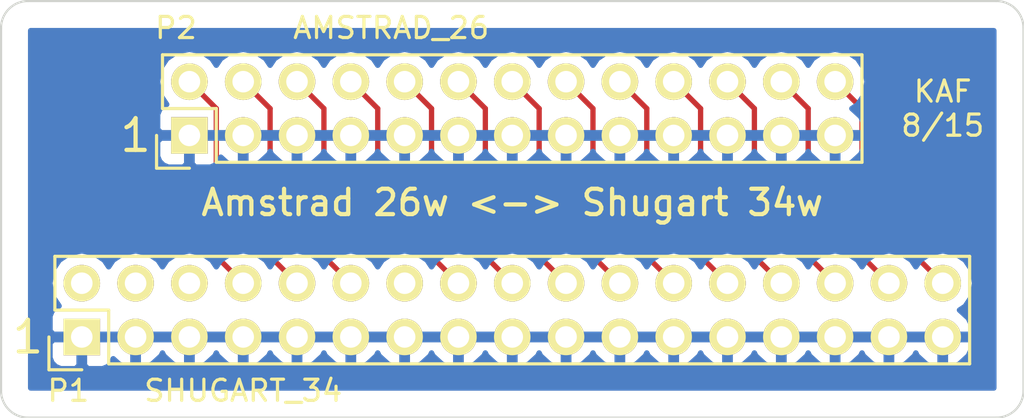
<source format=kicad_pcb>
(kicad_pcb (version 20171130) (host pcbnew 5.0.2-bee76a0~70~ubuntu18.04.1)

  (general
    (thickness 1.6)
    (drawings 12)
    (tracks 39)
    (zones 0)
    (modules 2)
    (nets 19)
  )

  (page A4)
  (layers
    (0 F.Cu signal)
    (31 B.Cu signal)
    (32 B.Adhes user)
    (33 F.Adhes user)
    (34 B.Paste user)
    (35 F.Paste user)
    (36 B.SilkS user)
    (37 F.SilkS user)
    (38 B.Mask user)
    (39 F.Mask user)
    (40 Dwgs.User user)
    (41 Cmts.User user)
    (42 Eco1.User user)
    (43 Eco2.User user)
    (44 Edge.Cuts user)
    (45 Margin user)
    (46 B.CrtYd user)
    (47 F.CrtYd user)
    (48 B.Fab user)
    (49 F.Fab user)
  )

  (setup
    (last_trace_width 0.25)
    (trace_clearance 0.2)
    (zone_clearance 0.508)
    (zone_45_only no)
    (trace_min 0.2)
    (segment_width 0.2)
    (edge_width 0.1)
    (via_size 0.6)
    (via_drill 0.4)
    (via_min_size 0.4)
    (via_min_drill 0.3)
    (uvia_size 0.3)
    (uvia_drill 0.1)
    (uvias_allowed no)
    (uvia_min_size 0.2)
    (uvia_min_drill 0.1)
    (pcb_text_width 0.3)
    (pcb_text_size 1.5 1.5)
    (mod_edge_width 0.15)
    (mod_text_size 1 1)
    (mod_text_width 0.15)
    (pad_size 1.5 1.5)
    (pad_drill 0.6)
    (pad_to_mask_clearance 0)
    (solder_mask_min_width 0.25)
    (aux_axis_origin 0 0)
    (visible_elements FFFFFF7F)
    (pcbplotparams
      (layerselection 0x00030_80000001)
      (usegerberextensions false)
      (usegerberattributes false)
      (usegerberadvancedattributes false)
      (creategerberjobfile false)
      (excludeedgelayer true)
      (linewidth 0.100000)
      (plotframeref false)
      (viasonmask false)
      (mode 1)
      (useauxorigin false)
      (hpglpennumber 1)
      (hpglpenspeed 20)
      (hpglpendiameter 15.000000)
      (psnegative false)
      (psa4output false)
      (plotreference true)
      (plotvalue true)
      (plotinvisibletext false)
      (padsonsilk false)
      (subtractmaskfromsilk false)
      (outputformat 1)
      (mirror false)
      (drillshape 1)
      (scaleselection 1)
      (outputdirectory ""))
  )

  (net 0 "")
  (net 1 /GND)
  (net 2 "Net-(P1-Pad2)")
  (net 3 "Net-(P1-Pad4)")
  (net 4 "Net-(P1-Pad6)")
  (net 5 /IDX)
  (net 6 /SEL0)
  (net 7 /SEL1)
  (net 8 "Net-(P1-Pad14)")
  (net 9 /MTR)
  (net 10 /DIR)
  (net 11 /STEP)
  (net 12 /WDATA)
  (net 13 /WGATE)
  (net 14 /TRK0)
  (net 15 /WRPROT)
  (net 16 /RDATA)
  (net 17 /SIDE)
  (net 18 /RDY)

  (net_class Default "This is the default net class."
    (clearance 0.2)
    (trace_width 0.25)
    (via_dia 0.6)
    (via_drill 0.4)
    (uvia_dia 0.3)
    (uvia_drill 0.1)
    (add_net /DIR)
    (add_net /GND)
    (add_net /IDX)
    (add_net /MTR)
    (add_net /RDATA)
    (add_net /RDY)
    (add_net /SEL0)
    (add_net /SEL1)
    (add_net /SIDE)
    (add_net /STEP)
    (add_net /TRK0)
    (add_net /WDATA)
    (add_net /WGATE)
    (add_net /WRPROT)
    (add_net "Net-(P1-Pad14)")
    (add_net "Net-(P1-Pad2)")
    (add_net "Net-(P1-Pad4)")
    (add_net "Net-(P1-Pad6)")
  )

  (module Pin_Headers:Pin_Header_Straight_2x17 (layer F.Cu) (tedit 5C74F2CE) (tstamp 55AF9A0B)
    (at 123.825 109.855 90)
    (descr "Through hole pin header")
    (tags "pin header")
    (path /55AF972A)
    (fp_text reference P1 (at -2.54 -0.635 180) (layer F.SilkS)
      (effects (font (size 1 1) (thickness 0.15)))
    )
    (fp_text value SHUGART_34 (at -2.54 7.62 180) (layer F.SilkS)
      (effects (font (size 1 1) (thickness 0.15)))
    )
    (fp_line (start -1.75 -1.75) (end -1.75 42.4) (layer F.CrtYd) (width 0.05))
    (fp_line (start 4.3 -1.75) (end 4.3 42.4) (layer F.CrtYd) (width 0.05))
    (fp_line (start -1.75 -1.75) (end 4.3 -1.75) (layer F.CrtYd) (width 0.05))
    (fp_line (start -1.75 42.4) (end 4.3 42.4) (layer F.CrtYd) (width 0.05))
    (fp_line (start 3.81 41.91) (end 3.81 -1.27) (layer F.SilkS) (width 0.15))
    (fp_line (start -1.27 1.27) (end -1.27 41.91) (layer F.SilkS) (width 0.15))
    (fp_line (start 3.81 41.91) (end -1.27 41.91) (layer F.SilkS) (width 0.15))
    (fp_line (start 3.81 -1.27) (end 1.27 -1.27) (layer F.SilkS) (width 0.15))
    (fp_line (start 0 -1.55) (end -1.55 -1.55) (layer F.SilkS) (width 0.15))
    (fp_line (start 1.27 -1.27) (end 1.27 1.27) (layer F.SilkS) (width 0.15))
    (fp_line (start 1.27 1.27) (end -1.27 1.27) (layer F.SilkS) (width 0.15))
    (fp_line (start -1.55 -1.55) (end -1.55 0) (layer F.SilkS) (width 0.15))
    (pad 1 thru_hole rect (at 0 0 90) (size 1.7272 1.7272) (drill 1.016) (layers *.Cu *.Mask F.SilkS)
      (net 1 /GND))
    (pad 2 thru_hole oval (at 2.54 0 90) (size 1.7272 1.7272) (drill 1.016) (layers *.Cu *.Mask F.SilkS)
      (net 2 "Net-(P1-Pad2)"))
    (pad 3 thru_hole oval (at 0 2.54 90) (size 1.7272 1.7272) (drill 1.016) (layers *.Cu *.Mask F.SilkS)
      (net 1 /GND))
    (pad 4 thru_hole oval (at 2.54 2.54 90) (size 1.7272 1.7272) (drill 1.016) (layers *.Cu *.Mask F.SilkS)
      (net 3 "Net-(P1-Pad4)"))
    (pad 5 thru_hole oval (at 0 5.08 90) (size 1.7272 1.7272) (drill 1.016) (layers *.Cu *.Mask F.SilkS)
      (net 1 /GND))
    (pad 6 thru_hole oval (at 2.54 5.08 90) (size 1.7272 1.7272) (drill 1.016) (layers *.Cu *.Mask F.SilkS)
      (net 4 "Net-(P1-Pad6)"))
    (pad 7 thru_hole oval (at 0 7.62 90) (size 1.7272 1.7272) (drill 1.016) (layers *.Cu *.Mask F.SilkS)
      (net 1 /GND))
    (pad 8 thru_hole oval (at 2.54 7.62 90) (size 1.7272 1.7272) (drill 1.016) (layers *.Cu *.Mask F.SilkS)
      (net 5 /IDX))
    (pad 9 thru_hole oval (at 0 10.16 90) (size 1.7272 1.7272) (drill 1.016) (layers *.Cu *.Mask F.SilkS)
      (net 1 /GND))
    (pad 10 thru_hole oval (at 2.54 10.16 90) (size 1.7272 1.7272) (drill 1.016) (layers *.Cu *.Mask F.SilkS)
      (net 6 /SEL0))
    (pad 11 thru_hole oval (at 0 12.7 90) (size 1.7272 1.7272) (drill 1.016) (layers *.Cu *.Mask F.SilkS)
      (net 1 /GND))
    (pad 12 thru_hole oval (at 2.54 12.7 90) (size 1.7272 1.7272) (drill 1.016) (layers *.Cu *.Mask F.SilkS)
      (net 7 /SEL1))
    (pad 13 thru_hole oval (at 0 15.24 90) (size 1.7272 1.7272) (drill 1.016) (layers *.Cu *.Mask F.SilkS)
      (net 1 /GND))
    (pad 14 thru_hole oval (at 2.54 15.24 90) (size 1.7272 1.7272) (drill 1.016) (layers *.Cu *.Mask F.SilkS)
      (net 8 "Net-(P1-Pad14)"))
    (pad 15 thru_hole oval (at 0 17.78 90) (size 1.7272 1.7272) (drill 1.016) (layers *.Cu *.Mask F.SilkS)
      (net 1 /GND))
    (pad 16 thru_hole oval (at 2.54 17.78 90) (size 1.7272 1.7272) (drill 1.016) (layers *.Cu *.Mask F.SilkS)
      (net 9 /MTR))
    (pad 17 thru_hole oval (at 0 20.32 90) (size 1.7272 1.7272) (drill 1.016) (layers *.Cu *.Mask F.SilkS)
      (net 1 /GND))
    (pad 18 thru_hole oval (at 2.54 20.32 90) (size 1.7272 1.7272) (drill 1.016) (layers *.Cu *.Mask F.SilkS)
      (net 10 /DIR))
    (pad 19 thru_hole oval (at 0 22.86 90) (size 1.7272 1.7272) (drill 1.016) (layers *.Cu *.Mask F.SilkS)
      (net 1 /GND))
    (pad 20 thru_hole oval (at 2.54 22.86 90) (size 1.7272 1.7272) (drill 1.016) (layers *.Cu *.Mask F.SilkS)
      (net 11 /STEP))
    (pad 21 thru_hole oval (at 0 25.4 90) (size 1.7272 1.7272) (drill 1.016) (layers *.Cu *.Mask F.SilkS)
      (net 1 /GND))
    (pad 22 thru_hole oval (at 2.54 25.4 90) (size 1.7272 1.7272) (drill 1.016) (layers *.Cu *.Mask F.SilkS)
      (net 12 /WDATA))
    (pad 23 thru_hole oval (at 0 27.94 90) (size 1.7272 1.7272) (drill 1.016) (layers *.Cu *.Mask F.SilkS)
      (net 1 /GND))
    (pad 24 thru_hole oval (at 2.54 27.94 90) (size 1.7272 1.7272) (drill 1.016) (layers *.Cu *.Mask F.SilkS)
      (net 13 /WGATE))
    (pad 25 thru_hole oval (at 0 30.48 90) (size 1.7272 1.7272) (drill 1.016) (layers *.Cu *.Mask F.SilkS)
      (net 1 /GND))
    (pad 26 thru_hole oval (at 2.54 30.48 90) (size 1.7272 1.7272) (drill 1.016) (layers *.Cu *.Mask F.SilkS)
      (net 14 /TRK0))
    (pad 27 thru_hole oval (at 0 33.02 90) (size 1.7272 1.7272) (drill 1.016) (layers *.Cu *.Mask F.SilkS)
      (net 1 /GND))
    (pad 28 thru_hole oval (at 2.54 33.02 90) (size 1.7272 1.7272) (drill 1.016) (layers *.Cu *.Mask F.SilkS)
      (net 15 /WRPROT))
    (pad 29 thru_hole oval (at 0 35.56 90) (size 1.7272 1.7272) (drill 1.016) (layers *.Cu *.Mask F.SilkS)
      (net 1 /GND))
    (pad 30 thru_hole oval (at 2.54 35.56 90) (size 1.7272 1.7272) (drill 1.016) (layers *.Cu *.Mask F.SilkS)
      (net 16 /RDATA))
    (pad 31 thru_hole oval (at 0 38.1 90) (size 1.7272 1.7272) (drill 1.016) (layers *.Cu *.Mask F.SilkS)
      (net 1 /GND))
    (pad 32 thru_hole oval (at 2.54 38.1 90) (size 1.7272 1.7272) (drill 1.016) (layers *.Cu *.Mask F.SilkS)
      (net 17 /SIDE))
    (pad 33 thru_hole oval (at 0 40.64 90) (size 1.7272 1.7272) (drill 1.016) (layers *.Cu *.Mask F.SilkS)
      (net 1 /GND))
    (pad 34 thru_hole oval (at 2.54 40.64 90) (size 1.7272 1.7272) (drill 1.016) (layers *.Cu *.Mask F.SilkS)
      (net 18 /RDY))
    (model Pin_Headers.3dshapes/Pin_Header_Straight_2x17.wrl
      (offset (xyz 1.269999980926514 -20.31999969482422 0))
      (scale (xyz 1 1 1))
      (rotate (xyz 0 0 90))
    )
  )

  (module Pin_Headers:Pin_Header_Straight_2x13 (layer F.Cu) (tedit 5C74F2C3) (tstamp 55AF9A29)
    (at 128.905 100.33 90)
    (descr "Through hole pin header")
    (tags "pin header")
    (path /55AF97E3)
    (fp_text reference P2 (at 5.08 -0.635 180) (layer F.SilkS)
      (effects (font (size 1 1) (thickness 0.15)))
    )
    (fp_text value AMSTRAD_26 (at 5.08 9.525 180) (layer F.SilkS)
      (effects (font (size 1 1) (thickness 0.15)))
    )
    (fp_line (start -1.75 -1.75) (end -1.75 32.25) (layer F.CrtYd) (width 0.05))
    (fp_line (start 4.3 -1.75) (end 4.3 32.25) (layer F.CrtYd) (width 0.05))
    (fp_line (start -1.75 -1.75) (end 4.3 -1.75) (layer F.CrtYd) (width 0.05))
    (fp_line (start -1.75 32.25) (end 4.3 32.25) (layer F.CrtYd) (width 0.05))
    (fp_line (start 3.81 -1.27) (end 3.81 31.75) (layer F.SilkS) (width 0.15))
    (fp_line (start -1.27 1.27) (end -1.27 31.75) (layer F.SilkS) (width 0.15))
    (fp_line (start 3.81 31.75) (end -1.27 31.75) (layer F.SilkS) (width 0.15))
    (fp_line (start 3.81 -1.27) (end 1.27 -1.27) (layer F.SilkS) (width 0.15))
    (fp_line (start 0 -1.55) (end -1.55 -1.55) (layer F.SilkS) (width 0.15))
    (fp_line (start 1.27 -1.27) (end 1.27 1.27) (layer F.SilkS) (width 0.15))
    (fp_line (start 1.27 1.27) (end -1.27 1.27) (layer F.SilkS) (width 0.15))
    (fp_line (start -1.55 -1.55) (end -1.55 0) (layer F.SilkS) (width 0.15))
    (pad 1 thru_hole rect (at 0 0 90) (size 1.7272 1.7272) (drill 1.016) (layers *.Cu *.Mask F.SilkS)
      (net 1 /GND))
    (pad 2 thru_hole oval (at 2.54 0 90) (size 1.7272 1.7272) (drill 1.016) (layers *.Cu *.Mask F.SilkS)
      (net 5 /IDX))
    (pad 3 thru_hole oval (at 0 2.54 90) (size 1.7272 1.7272) (drill 1.016) (layers *.Cu *.Mask F.SilkS)
      (net 1 /GND))
    (pad 4 thru_hole oval (at 2.54 2.54 90) (size 1.7272 1.7272) (drill 1.016) (layers *.Cu *.Mask F.SilkS)
      (net 6 /SEL0))
    (pad 5 thru_hole oval (at 0 5.08 90) (size 1.7272 1.7272) (drill 1.016) (layers *.Cu *.Mask F.SilkS)
      (net 1 /GND))
    (pad 6 thru_hole oval (at 2.54 5.08 90) (size 1.7272 1.7272) (drill 1.016) (layers *.Cu *.Mask F.SilkS)
      (net 7 /SEL1))
    (pad 7 thru_hole oval (at 0 7.62 90) (size 1.7272 1.7272) (drill 1.016) (layers *.Cu *.Mask F.SilkS)
      (net 1 /GND))
    (pad 8 thru_hole oval (at 2.54 7.62 90) (size 1.7272 1.7272) (drill 1.016) (layers *.Cu *.Mask F.SilkS)
      (net 9 /MTR))
    (pad 9 thru_hole oval (at 0 10.16 90) (size 1.7272 1.7272) (drill 1.016) (layers *.Cu *.Mask F.SilkS)
      (net 1 /GND))
    (pad 10 thru_hole oval (at 2.54 10.16 90) (size 1.7272 1.7272) (drill 1.016) (layers *.Cu *.Mask F.SilkS)
      (net 10 /DIR))
    (pad 11 thru_hole oval (at 0 12.7 90) (size 1.7272 1.7272) (drill 1.016) (layers *.Cu *.Mask F.SilkS)
      (net 1 /GND))
    (pad 12 thru_hole oval (at 2.54 12.7 90) (size 1.7272 1.7272) (drill 1.016) (layers *.Cu *.Mask F.SilkS)
      (net 11 /STEP))
    (pad 13 thru_hole oval (at 0 15.24 90) (size 1.7272 1.7272) (drill 1.016) (layers *.Cu *.Mask F.SilkS)
      (net 1 /GND))
    (pad 14 thru_hole oval (at 2.54 15.24 90) (size 1.7272 1.7272) (drill 1.016) (layers *.Cu *.Mask F.SilkS)
      (net 12 /WDATA))
    (pad 15 thru_hole oval (at 0 17.78 90) (size 1.7272 1.7272) (drill 1.016) (layers *.Cu *.Mask F.SilkS)
      (net 1 /GND))
    (pad 16 thru_hole oval (at 2.54 17.78 90) (size 1.7272 1.7272) (drill 1.016) (layers *.Cu *.Mask F.SilkS)
      (net 13 /WGATE))
    (pad 17 thru_hole oval (at 0 20.32 90) (size 1.7272 1.7272) (drill 1.016) (layers *.Cu *.Mask F.SilkS)
      (net 1 /GND))
    (pad 18 thru_hole oval (at 2.54 20.32 90) (size 1.7272 1.7272) (drill 1.016) (layers *.Cu *.Mask F.SilkS)
      (net 14 /TRK0))
    (pad 19 thru_hole oval (at 0 22.86 90) (size 1.7272 1.7272) (drill 1.016) (layers *.Cu *.Mask F.SilkS)
      (net 1 /GND))
    (pad 20 thru_hole oval (at 2.54 22.86 90) (size 1.7272 1.7272) (drill 1.016) (layers *.Cu *.Mask F.SilkS)
      (net 15 /WRPROT))
    (pad 21 thru_hole oval (at 0 25.4 90) (size 1.7272 1.7272) (drill 1.016) (layers *.Cu *.Mask F.SilkS)
      (net 1 /GND))
    (pad 22 thru_hole oval (at 2.54 25.4 90) (size 1.7272 1.7272) (drill 1.016) (layers *.Cu *.Mask F.SilkS)
      (net 16 /RDATA))
    (pad 23 thru_hole oval (at 0 27.94 90) (size 1.7272 1.7272) (drill 1.016) (layers *.Cu *.Mask F.SilkS)
      (net 1 /GND))
    (pad 24 thru_hole oval (at 2.54 27.94 90) (size 1.7272 1.7272) (drill 1.016) (layers *.Cu *.Mask F.SilkS)
      (net 17 /SIDE))
    (pad 25 thru_hole oval (at 0 30.48 90) (size 1.7272 1.7272) (drill 1.016) (layers *.Cu *.Mask F.SilkS)
      (net 1 /GND))
    (pad 26 thru_hole oval (at 2.54 30.48 90) (size 1.7272 1.7272) (drill 1.016) (layers *.Cu *.Mask F.SilkS)
      (net 18 /RDY))
    (model Pin_Headers.3dshapes/Pin_Header_Straight_2x13.wrl
      (offset (xyz 1.269999980926514 -15.23999977111816 0))
      (scale (xyz 1 1 1))
      (rotate (xyz 0 0 90))
    )
  )

  (gr_text "KAF\n8/15" (at 164.465 99.06) (layer F.SilkS)
    (effects (font (size 1 1) (thickness 0.15)))
  )
  (gr_text "Amstrad 26w <-> Shugart 34w" (at 144.145 103.505) (layer F.SilkS)
    (effects (font (size 1.2 1.2) (thickness 0.2)))
  )
  (gr_text 1 (at 121.285 109.855) (layer F.SilkS)
    (effects (font (size 1.5 1.5) (thickness 0.2)))
  )
  (gr_text 1 (at 126.365 100.33) (layer F.SilkS)
    (effects (font (size 1.5 1.5) (thickness 0.2)))
  )
  (gr_line (start 121.285 93.98) (end 167.005 93.98) (angle 90) (layer Edge.Cuts) (width 0.1))
  (gr_line (start 120.015 95.25) (end 120.015 112.395) (angle 90) (layer Edge.Cuts) (width 0.1))
  (gr_line (start 168.275 112.395) (end 168.275 95.25) (angle 90) (layer Edge.Cuts) (width 0.1))
  (gr_line (start 121.285 113.665) (end 167.005 113.665) (angle 90) (layer Edge.Cuts) (width 0.1))
  (gr_arc (start 121.285 112.395) (end 121.285 113.665) (angle 90) (layer Edge.Cuts) (width 0.1))
  (gr_arc (start 121.285 95.25) (end 120.015 95.25) (angle 90) (layer Edge.Cuts) (width 0.1))
  (gr_arc (start 167.005 95.25) (end 167.005 93.98) (angle 90) (layer Edge.Cuts) (width 0.1))
  (gr_arc (start 167.005 112.395) (end 168.275 112.395) (angle 90) (layer Edge.Cuts) (width 0.1))

  (segment (start 131.445 107.315) (end 130.175 106.045) (width 0.25) (layer F.Cu) (net 5))
  (segment (start 130.175 99.06) (end 128.905 97.79) (width 0.25) (layer F.Cu) (net 5) (tstamp 55AFB128))
  (segment (start 130.175 106.045) (end 130.175 99.06) (width 0.25) (layer F.Cu) (net 5) (tstamp 55AFB127))
  (segment (start 133.985 107.315) (end 132.715 106.045) (width 0.25) (layer F.Cu) (net 6))
  (segment (start 132.715 99.06) (end 131.445 97.79) (width 0.25) (layer F.Cu) (net 6) (tstamp 55AFB12C))
  (segment (start 132.715 106.045) (end 132.715 99.06) (width 0.25) (layer F.Cu) (net 6) (tstamp 55AFB12B))
  (segment (start 136.525 107.315) (end 135.255 106.045) (width 0.25) (layer F.Cu) (net 7))
  (segment (start 135.255 99.06) (end 133.985 97.79) (width 0.25) (layer F.Cu) (net 7) (tstamp 55AFB130))
  (segment (start 135.255 106.045) (end 135.255 99.06) (width 0.25) (layer F.Cu) (net 7) (tstamp 55AFB12F))
  (segment (start 141.605 107.315) (end 137.795 103.505) (width 0.25) (layer F.Cu) (net 9))
  (segment (start 137.795 99.06) (end 136.525 97.79) (width 0.25) (layer F.Cu) (net 9) (tstamp 55AFB0FD))
  (segment (start 137.795 103.505) (end 137.795 99.06) (width 0.25) (layer F.Cu) (net 9) (tstamp 55AFB0FC))
  (segment (start 144.145 107.315) (end 140.335 103.505) (width 0.25) (layer F.Cu) (net 10))
  (segment (start 140.335 99.06) (end 139.065 97.79) (width 0.25) (layer F.Cu) (net 10) (tstamp 55AFB101))
  (segment (start 140.335 103.505) (end 140.335 99.06) (width 0.25) (layer F.Cu) (net 10) (tstamp 55AFB100))
  (segment (start 146.685 107.315) (end 142.875 103.505) (width 0.25) (layer F.Cu) (net 11))
  (segment (start 142.875 99.06) (end 141.605 97.79) (width 0.25) (layer F.Cu) (net 11) (tstamp 55AFB105))
  (segment (start 142.875 103.505) (end 142.875 99.06) (width 0.25) (layer F.Cu) (net 11) (tstamp 55AFB104))
  (segment (start 149.225 107.315) (end 145.415 103.505) (width 0.25) (layer F.Cu) (net 12))
  (segment (start 145.415 99.06) (end 144.145 97.79) (width 0.25) (layer F.Cu) (net 12) (tstamp 55AFB109))
  (segment (start 145.415 103.505) (end 145.415 99.06) (width 0.25) (layer F.Cu) (net 12) (tstamp 55AFB108))
  (segment (start 151.765 107.315) (end 147.955 103.505) (width 0.25) (layer F.Cu) (net 13))
  (segment (start 147.955 99.06) (end 146.685 97.79) (width 0.25) (layer F.Cu) (net 13) (tstamp 55AFB10D))
  (segment (start 147.955 103.505) (end 147.955 99.06) (width 0.25) (layer F.Cu) (net 13) (tstamp 55AFB10C))
  (segment (start 154.305 107.315) (end 150.495 103.505) (width 0.25) (layer F.Cu) (net 14))
  (segment (start 150.495 99.06) (end 149.225 97.79) (width 0.25) (layer F.Cu) (net 14) (tstamp 55AFB111))
  (segment (start 150.495 103.505) (end 150.495 99.06) (width 0.25) (layer F.Cu) (net 14) (tstamp 55AFB110))
  (segment (start 156.845 107.315) (end 153.035 103.505) (width 0.25) (layer F.Cu) (net 15))
  (segment (start 153.035 99.06) (end 151.765 97.79) (width 0.25) (layer F.Cu) (net 15) (tstamp 55AFB115))
  (segment (start 153.035 103.505) (end 153.035 99.06) (width 0.25) (layer F.Cu) (net 15) (tstamp 55AFB114))
  (segment (start 159.385 107.315) (end 155.575 103.505) (width 0.25) (layer F.Cu) (net 16))
  (segment (start 155.575 99.06) (end 154.305 97.79) (width 0.25) (layer F.Cu) (net 16) (tstamp 55AFB119))
  (segment (start 155.575 103.505) (end 155.575 99.06) (width 0.25) (layer F.Cu) (net 16) (tstamp 55AFB118))
  (segment (start 161.925 107.315) (end 158.115 103.505) (width 0.25) (layer F.Cu) (net 17))
  (segment (start 158.115 99.06) (end 156.845 97.79) (width 0.25) (layer F.Cu) (net 17) (tstamp 55AFB11D))
  (segment (start 158.115 103.505) (end 158.115 99.06) (width 0.25) (layer F.Cu) (net 17) (tstamp 55AFB11C))
  (segment (start 164.465 107.315) (end 160.655 103.505) (width 0.25) (layer F.Cu) (net 18))
  (segment (start 160.655 99.06) (end 159.385 97.79) (width 0.25) (layer F.Cu) (net 18) (tstamp 55AFB121))
  (segment (start 160.655 103.505) (end 160.655 99.06) (width 0.25) (layer F.Cu) (net 18) (tstamp 55AFB120))

  (zone (net 1) (net_name /GND) (layer B.Cu) (tstamp 55AFAD78) (hatch edge 0.508)
    (connect_pads (clearance 0.508))
    (min_thickness 0.254)
    (fill yes (arc_segments 16) (thermal_gap 0.508) (thermal_bridge_width 0.508))
    (polygon
      (pts
        (xy 167.005 112.395) (xy 121.285 112.395) (xy 121.285 95.25) (xy 167.005 95.25)
      )
    )
    (filled_polygon
      (pts
        (xy 166.878 112.268) (xy 121.412 112.268) (xy 121.412 109.982) (xy 122.48515 109.982) (xy 122.3264 110.14075)
        (xy 122.3264 110.844909) (xy 122.423073 111.078298) (xy 122.601701 111.256927) (xy 122.83509 111.3536) (xy 123.53925 111.3536)
        (xy 123.698 111.19485) (xy 123.698 109.982) (xy 123.952 109.982) (xy 123.698 109.982) (xy 123.952 109.982)
        (xy 123.952 111.19485) (xy 124.11075 111.3536) (xy 124.81491 111.3536) (xy 125.048299 111.256927) (xy 125.226927 111.078298)
        (xy 125.3087 110.88088) (xy 125.590053 111.137688) (xy 126.005974 111.309958) (xy 126.238 111.188817) (xy 126.238 109.982)
        (xy 126.492 109.982) (xy 126.492 111.188817) (xy 126.724026 111.309958) (xy 127.139947 111.137688) (xy 127.571821 110.74349)
        (xy 127.635 110.608687) (xy 127.698179 110.74349) (xy 128.130053 111.137688) (xy 128.545974 111.309958) (xy 128.778 111.188817)
        (xy 128.778 109.982) (xy 129.032 109.982) (xy 128.778 109.982) (xy 129.032 109.982) (xy 129.032 111.188817)
        (xy 129.264026 111.309958) (xy 129.679947 111.137688) (xy 130.111821 110.74349) (xy 130.175 110.608687) (xy 130.238179 110.74349)
        (xy 130.670053 111.137688) (xy 131.085974 111.309958) (xy 131.318 111.188817) (xy 131.318 109.982) (xy 131.572 109.982)
        (xy 131.572 111.188817) (xy 131.804026 111.309958) (xy 132.219947 111.137688) (xy 132.651821 110.74349) (xy 132.715 110.608687)
        (xy 132.778179 110.74349) (xy 133.210053 111.137688) (xy 133.625974 111.309958) (xy 133.858 111.188817) (xy 133.858 109.982)
        (xy 134.112 109.982) (xy 133.858 109.982) (xy 134.112 109.982) (xy 134.112 111.188817) (xy 134.344026 111.309958)
        (xy 134.759947 111.137688) (xy 135.191821 110.74349) (xy 135.255 110.608687) (xy 135.318179 110.74349) (xy 135.750053 111.137688)
        (xy 136.165974 111.309958) (xy 136.398 111.188817) (xy 136.398 109.982) (xy 136.652 109.982) (xy 136.398 109.982)
        (xy 136.652 109.982) (xy 136.652 111.188817) (xy 136.884026 111.309958) (xy 137.299947 111.137688) (xy 137.731821 110.74349)
        (xy 137.795 110.608687) (xy 137.858179 110.74349) (xy 138.290053 111.137688) (xy 138.705974 111.309958) (xy 138.938 111.188817)
        (xy 138.938 109.982) (xy 139.192 109.982) (xy 138.938 109.982) (xy 139.192 109.982) (xy 139.192 111.188817)
        (xy 139.424026 111.309958) (xy 139.839947 111.137688) (xy 140.271821 110.74349) (xy 140.335 110.608687) (xy 140.398179 110.74349)
        (xy 140.830053 111.137688) (xy 141.245974 111.309958) (xy 141.478 111.188817) (xy 141.478 109.982) (xy 141.732 109.982)
        (xy 141.478 109.982) (xy 141.732 109.982) (xy 141.732 111.188817) (xy 141.964026 111.309958) (xy 142.379947 111.137688)
        (xy 142.811821 110.74349) (xy 142.875 110.608687) (xy 142.938179 110.74349) (xy 143.370053 111.137688) (xy 143.785974 111.309958)
        (xy 144.018 111.188817) (xy 144.018 109.982) (xy 144.272 109.982) (xy 144.272 111.188817) (xy 144.504026 111.309958)
        (xy 144.919947 111.137688) (xy 145.351821 110.74349) (xy 145.415 110.608687) (xy 145.478179 110.74349) (xy 145.910053 111.137688)
        (xy 146.325974 111.309958) (xy 146.558 111.188817) (xy 146.558 109.982) (xy 146.812 109.982) (xy 146.558 109.982)
        (xy 146.812 109.982) (xy 146.812 111.188817) (xy 147.044026 111.309958) (xy 147.459947 111.137688) (xy 147.891821 110.74349)
        (xy 147.955 110.608687) (xy 148.018179 110.74349) (xy 148.450053 111.137688) (xy 148.865974 111.309958) (xy 149.098 111.188817)
        (xy 149.098 109.982) (xy 149.352 109.982) (xy 149.352 111.188817) (xy 149.584026 111.309958) (xy 149.999947 111.137688)
        (xy 150.431821 110.74349) (xy 150.495 110.608687) (xy 150.558179 110.74349) (xy 150.990053 111.137688) (xy 151.405974 111.309958)
        (xy 151.638 111.188817) (xy 151.638 109.982) (xy 151.892 109.982) (xy 151.638 109.982) (xy 151.892 109.982)
        (xy 151.892 111.188817) (xy 152.124026 111.309958) (xy 152.539947 111.137688) (xy 152.971821 110.74349) (xy 153.035 110.608687)
        (xy 153.098179 110.74349) (xy 153.530053 111.137688) (xy 153.945974 111.309958) (xy 154.178 111.188817) (xy 154.178 109.982)
        (xy 154.432 109.982) (xy 154.432 111.188817) (xy 154.664026 111.309958) (xy 155.079947 111.137688) (xy 155.511821 110.74349)
        (xy 155.575 110.608687) (xy 155.638179 110.74349) (xy 156.070053 111.137688) (xy 156.485974 111.309958) (xy 156.718 111.188817)
        (xy 156.718 109.982) (xy 156.972 109.982) (xy 156.718 109.982) (xy 156.972 109.982) (xy 156.972 111.188817)
        (xy 157.204026 111.309958) (xy 157.619947 111.137688) (xy 158.051821 110.74349) (xy 158.115 110.608687) (xy 158.178179 110.74349)
        (xy 158.610053 111.137688) (xy 159.025974 111.309958) (xy 159.258 111.188817) (xy 159.258 109.982) (xy 159.512 109.982)
        (xy 159.258 109.982) (xy 159.512 109.982) (xy 159.512 111.188817) (xy 159.744026 111.309958) (xy 160.159947 111.137688)
        (xy 160.591821 110.74349) (xy 160.655 110.608687) (xy 160.718179 110.74349) (xy 161.150053 111.137688) (xy 161.565974 111.309958)
        (xy 161.798 111.188817) (xy 161.798 109.982) (xy 162.052 109.982) (xy 162.052 111.188817) (xy 162.284026 111.309958)
        (xy 162.699947 111.137688) (xy 163.131821 110.74349) (xy 163.195 110.608687) (xy 163.258179 110.74349) (xy 163.690053 111.137688)
        (xy 164.105974 111.309958) (xy 164.338 111.188817) (xy 164.338 109.982) (xy 164.592 109.982) (xy 164.592 111.188817)
        (xy 164.824026 111.309958) (xy 165.239947 111.137688) (xy 165.671821 110.74349) (xy 165.919968 110.214027) (xy 165.799469 109.982)
        (xy 164.592 109.982) (xy 164.338 109.982) (xy 162.052 109.982) (xy 161.798 109.982) (xy 159.512 109.982)
        (xy 159.258 109.982) (xy 156.972 109.982) (xy 156.718 109.982) (xy 154.432 109.982) (xy 154.178 109.982)
        (xy 151.892 109.982) (xy 151.638 109.982) (xy 149.352 109.982) (xy 149.098 109.982) (xy 146.812 109.982)
        (xy 146.558 109.982) (xy 144.272 109.982) (xy 144.018 109.982) (xy 141.732 109.982) (xy 141.478 109.982)
        (xy 139.192 109.982) (xy 138.938 109.982) (xy 136.652 109.982) (xy 136.398 109.982) (xy 134.112 109.982)
        (xy 133.858 109.982) (xy 131.572 109.982) (xy 131.318 109.982) (xy 129.032 109.982) (xy 128.778 109.982)
        (xy 126.492 109.982) (xy 126.238 109.982) (xy 123.952 109.982) (xy 123.698 109.982) (xy 122.48515 109.982)
        (xy 121.412 109.982) (xy 121.412 105.787041) (xy 123.825 105.787041) (xy 123.251511 105.901115) (xy 122.76533 106.225971)
        (xy 122.440474 106.712152) (xy 122.3264 107.285641) (xy 122.3264 107.344359) (xy 122.440474 107.917848) (xy 122.755526 108.389356)
        (xy 122.601701 108.453073) (xy 122.423073 108.631702) (xy 122.3264 108.865091) (xy 122.3264 109.56925) (xy 122.48515 109.728)
        (xy 123.698 109.728) (xy 123.698 109.708) (xy 123.952 109.708) (xy 123.952 109.728) (xy 126.238 109.728)
        (xy 126.238 109.708) (xy 126.492 109.708) (xy 126.492 109.728) (xy 128.778 109.728) (xy 128.778 109.708)
        (xy 129.032 109.708) (xy 129.032 109.728) (xy 131.318 109.728) (xy 131.318 109.708) (xy 131.572 109.708)
        (xy 131.572 109.728) (xy 133.858 109.728) (xy 133.858 109.708) (xy 134.112 109.708) (xy 134.112 109.728)
        (xy 136.398 109.728) (xy 136.398 109.708) (xy 136.652 109.708) (xy 136.652 109.728) (xy 138.938 109.728)
        (xy 138.938 109.708) (xy 139.192 109.708) (xy 139.192 109.728) (xy 141.478 109.728) (xy 141.478 109.708)
        (xy 141.732 109.708) (xy 141.732 109.728) (xy 144.018 109.728) (xy 144.018 109.708) (xy 144.272 109.708)
        (xy 144.272 109.728) (xy 146.558 109.728) (xy 146.558 109.708) (xy 146.812 109.708) (xy 146.812 109.728)
        (xy 149.098 109.728) (xy 149.098 109.708) (xy 149.352 109.708) (xy 149.352 109.728) (xy 151.638 109.728)
        (xy 151.638 109.708) (xy 151.892 109.708) (xy 151.892 109.728) (xy 154.178 109.728) (xy 154.178 109.708)
        (xy 154.432 109.708) (xy 154.432 109.728) (xy 156.718 109.728) (xy 156.718 109.708) (xy 156.972 109.708)
        (xy 156.972 109.728) (xy 159.258 109.728) (xy 159.258 109.708) (xy 159.512 109.708) (xy 159.512 109.728)
        (xy 161.798 109.728) (xy 161.798 109.708) (xy 162.052 109.708) (xy 162.052 109.728) (xy 164.338 109.728)
        (xy 164.338 109.708) (xy 164.592 109.708) (xy 164.592 109.728) (xy 165.799469 109.728) (xy 165.919968 109.495973)
        (xy 165.671821 108.96651) (xy 165.253839 108.584992) (xy 165.52467 108.404029) (xy 165.849526 107.917848) (xy 165.9636 107.344359)
        (xy 165.9636 107.285641) (xy 165.849526 106.712152) (xy 165.52467 106.225971) (xy 165.038489 105.901115) (xy 164.465 105.787041)
        (xy 163.891511 105.901115) (xy 163.40533 106.225971) (xy 163.195 106.540752) (xy 162.98467 106.225971) (xy 162.498489 105.901115)
        (xy 161.925 105.787041) (xy 161.351511 105.901115) (xy 160.86533 106.225971) (xy 160.655 106.540752) (xy 160.44467 106.225971)
        (xy 159.958489 105.901115) (xy 159.385 105.787041) (xy 158.811511 105.901115) (xy 158.32533 106.225971) (xy 158.115 106.540752)
        (xy 157.90467 106.225971) (xy 157.418489 105.901115) (xy 156.845 105.787041) (xy 156.271511 105.901115) (xy 155.78533 106.225971)
        (xy 155.575 106.540752) (xy 155.36467 106.225971) (xy 154.878489 105.901115) (xy 154.305 105.787041) (xy 153.731511 105.901115)
        (xy 153.24533 106.225971) (xy 153.035 106.540752) (xy 152.82467 106.225971) (xy 152.338489 105.901115) (xy 151.765 105.787041)
        (xy 151.191511 105.901115) (xy 150.70533 106.225971) (xy 150.495 106.540752) (xy 150.28467 106.225971) (xy 149.798489 105.901115)
        (xy 149.225 105.787041) (xy 148.651511 105.901115) (xy 148.16533 106.225971) (xy 147.955 106.540752) (xy 147.74467 106.225971)
        (xy 147.258489 105.901115) (xy 146.685 105.787041) (xy 146.111511 105.901115) (xy 145.62533 106.225971) (xy 145.415 106.540752)
        (xy 145.20467 106.225971) (xy 144.718489 105.901115) (xy 144.145 105.787041) (xy 143.571511 105.901115) (xy 143.08533 106.225971)
        (xy 142.875 106.540752) (xy 142.66467 106.225971) (xy 142.178489 105.901115) (xy 141.605 105.787041) (xy 141.031511 105.901115)
        (xy 140.54533 106.225971) (xy 140.335 106.540752) (xy 140.12467 106.225971) (xy 139.638489 105.901115) (xy 139.065 105.787041)
        (xy 138.491511 105.901115) (xy 138.00533 106.225971) (xy 137.795 106.540752) (xy 137.58467 106.225971) (xy 137.098489 105.901115)
        (xy 136.525 105.787041) (xy 135.951511 105.901115) (xy 135.46533 106.225971) (xy 135.255 106.540752) (xy 135.04467 106.225971)
        (xy 134.558489 105.901115) (xy 133.985 105.787041) (xy 133.411511 105.901115) (xy 132.92533 106.225971) (xy 132.715 106.540752)
        (xy 132.50467 106.225971) (xy 132.018489 105.901115) (xy 131.445 105.787041) (xy 130.871511 105.901115) (xy 130.38533 106.225971)
        (xy 130.175 106.540752) (xy 129.96467 106.225971) (xy 129.478489 105.901115) (xy 128.905 105.787041) (xy 128.331511 105.901115)
        (xy 127.84533 106.225971) (xy 127.635 106.540752) (xy 127.42467 106.225971) (xy 126.938489 105.901115) (xy 126.365 105.787041)
        (xy 125.791511 105.901115) (xy 125.30533 106.225971) (xy 125.095 106.540752) (xy 124.88467 106.225971) (xy 124.398489 105.901115)
        (xy 123.825 105.787041) (xy 121.412 105.787041) (xy 121.412 100.457) (xy 127.56515 100.457) (xy 127.4064 100.61575)
        (xy 127.4064 101.319909) (xy 127.503073 101.553298) (xy 127.681701 101.731927) (xy 127.91509 101.8286) (xy 128.61925 101.8286)
        (xy 128.778 101.66985) (xy 128.778 100.457) (xy 129.032 100.457) (xy 129.032 101.66985) (xy 129.19075 101.8286)
        (xy 129.89491 101.8286) (xy 130.128299 101.731927) (xy 130.306927 101.553298) (xy 130.3887 101.35588) (xy 130.670053 101.612688)
        (xy 131.085974 101.784958) (xy 131.318 101.663817) (xy 131.318 100.457) (xy 131.572 100.457) (xy 131.572 101.663817)
        (xy 131.804026 101.784958) (xy 132.219947 101.612688) (xy 132.651821 101.21849) (xy 132.715 101.083687) (xy 132.778179 101.21849)
        (xy 133.210053 101.612688) (xy 133.625974 101.784958) (xy 133.858 101.663817) (xy 133.858 100.457) (xy 134.112 100.457)
        (xy 133.858 100.457) (xy 134.112 100.457) (xy 134.112 101.663817) (xy 134.344026 101.784958) (xy 134.759947 101.612688)
        (xy 135.191821 101.21849) (xy 135.255 101.083687) (xy 135.318179 101.21849) (xy 135.750053 101.612688) (xy 136.165974 101.784958)
        (xy 136.398 101.663817) (xy 136.398 100.457) (xy 136.652 100.457) (xy 136.398 100.457) (xy 136.652 100.457)
        (xy 136.652 101.663817) (xy 136.884026 101.784958) (xy 137.299947 101.612688) (xy 137.731821 101.21849) (xy 137.795 101.083687)
        (xy 137.858179 101.21849) (xy 138.290053 101.612688) (xy 138.705974 101.784958) (xy 138.938 101.663817) (xy 138.938 100.457)
        (xy 139.192 100.457) (xy 139.192 101.663817) (xy 139.424026 101.784958) (xy 139.839947 101.612688) (xy 140.271821 101.21849)
        (xy 140.335 101.083687) (xy 140.398179 101.21849) (xy 140.830053 101.612688) (xy 141.245974 101.784958) (xy 141.478 101.663817)
        (xy 141.478 100.457) (xy 141.732 100.457) (xy 141.478 100.457) (xy 141.732 100.457) (xy 141.732 101.663817)
        (xy 141.964026 101.784958) (xy 142.379947 101.612688) (xy 142.811821 101.21849) (xy 142.875 101.083687) (xy 142.938179 101.21849)
        (xy 143.370053 101.612688) (xy 143.785974 101.784958) (xy 144.018 101.663817) (xy 144.018 100.457) (xy 144.272 100.457)
        (xy 144.272 101.663817) (xy 144.504026 101.784958) (xy 144.919947 101.612688) (xy 145.351821 101.21849) (xy 145.415 101.083687)
        (xy 145.478179 101.21849) (xy 145.910053 101.612688) (xy 146.325974 101.784958) (xy 146.558 101.663817) (xy 146.558 100.457)
        (xy 146.812 100.457) (xy 146.558 100.457) (xy 146.812 100.457) (xy 146.812 101.663817) (xy 147.044026 101.784958)
        (xy 147.459947 101.612688) (xy 147.891821 101.21849) (xy 147.955 101.083687) (xy 148.018179 101.21849) (xy 148.450053 101.612688)
        (xy 148.865974 101.784958) (xy 149.098 101.663817) (xy 149.098 100.457) (xy 149.352 100.457) (xy 149.098 100.457)
        (xy 149.352 100.457) (xy 149.352 101.663817) (xy 149.584026 101.784958) (xy 149.999947 101.612688) (xy 150.431821 101.21849)
        (xy 150.495 101.083687) (xy 150.558179 101.21849) (xy 150.990053 101.612688) (xy 151.405974 101.784958) (xy 151.638 101.663817)
        (xy 151.638 100.457) (xy 151.892 100.457) (xy 151.892 101.663817) (xy 152.124026 101.784958) (xy 152.539947 101.612688)
        (xy 152.971821 101.21849) (xy 153.035 101.083687) (xy 153.098179 101.21849) (xy 153.530053 101.612688) (xy 153.945974 101.784958)
        (xy 154.178 101.663817) (xy 154.178 100.457) (xy 154.432 100.457) (xy 154.432 101.663817) (xy 154.664026 101.784958)
        (xy 155.079947 101.612688) (xy 155.511821 101.21849) (xy 155.575 101.083687) (xy 155.638179 101.21849) (xy 156.070053 101.612688)
        (xy 156.485974 101.784958) (xy 156.718 101.663817) (xy 156.718 100.457) (xy 156.972 100.457) (xy 156.718 100.457)
        (xy 156.972 100.457) (xy 156.972 101.663817) (xy 157.204026 101.784958) (xy 157.619947 101.612688) (xy 158.051821 101.21849)
        (xy 158.115 101.083687) (xy 158.178179 101.21849) (xy 158.610053 101.612688) (xy 159.025974 101.784958) (xy 159.258 101.663817)
        (xy 159.258 100.457) (xy 159.512 100.457) (xy 159.512 101.663817) (xy 159.744026 101.784958) (xy 160.159947 101.612688)
        (xy 160.591821 101.21849) (xy 160.839968 100.689027) (xy 160.719469 100.457) (xy 159.512 100.457) (xy 159.258 100.457)
        (xy 156.972 100.457) (xy 156.718 100.457) (xy 154.432 100.457) (xy 154.178 100.457) (xy 151.892 100.457)
        (xy 151.638 100.457) (xy 149.352 100.457) (xy 149.098 100.457) (xy 146.812 100.457) (xy 146.558 100.457)
        (xy 144.272 100.457) (xy 144.018 100.457) (xy 141.732 100.457) (xy 141.478 100.457) (xy 139.192 100.457)
        (xy 138.938 100.457) (xy 136.652 100.457) (xy 136.398 100.457) (xy 134.112 100.457) (xy 133.858 100.457)
        (xy 131.572 100.457) (xy 131.318 100.457) (xy 129.032 100.457) (xy 128.778 100.457) (xy 127.56515 100.457)
        (xy 121.412 100.457) (xy 121.412 96.262041) (xy 128.905 96.262041) (xy 128.331511 96.376115) (xy 127.84533 96.700971)
        (xy 127.520474 97.187152) (xy 127.4064 97.760641) (xy 127.4064 97.819359) (xy 127.520474 98.392848) (xy 127.835526 98.864356)
        (xy 127.681701 98.928073) (xy 127.503073 99.106702) (xy 127.4064 99.340091) (xy 127.4064 100.04425) (xy 127.56515 100.203)
        (xy 128.778 100.203) (xy 128.778 100.183) (xy 129.032 100.183) (xy 129.032 100.203) (xy 131.318 100.203)
        (xy 131.318 100.183) (xy 131.572 100.183) (xy 131.572 100.203) (xy 133.858 100.203) (xy 133.858 100.183)
        (xy 134.112 100.183) (xy 134.112 100.203) (xy 136.398 100.203) (xy 136.398 100.183) (xy 136.652 100.183)
        (xy 136.652 100.203) (xy 138.938 100.203) (xy 138.938 100.183) (xy 139.192 100.183) (xy 139.192 100.203)
        (xy 141.478 100.203) (xy 141.478 100.183) (xy 141.732 100.183) (xy 141.732 100.203) (xy 144.018 100.203)
        (xy 144.018 100.183) (xy 144.272 100.183) (xy 144.272 100.203) (xy 146.558 100.203) (xy 146.558 100.183)
        (xy 146.812 100.183) (xy 146.812 100.203) (xy 149.098 100.203) (xy 149.098 100.183) (xy 149.352 100.183)
        (xy 149.352 100.203) (xy 151.638 100.203) (xy 151.638 100.183) (xy 151.892 100.183) (xy 151.892 100.203)
        (xy 154.178 100.203) (xy 154.178 100.183) (xy 154.432 100.183) (xy 154.432 100.203) (xy 156.718 100.203)
        (xy 156.718 100.183) (xy 156.972 100.183) (xy 156.972 100.203) (xy 159.258 100.203) (xy 159.258 100.183)
        (xy 159.512 100.183) (xy 159.512 100.203) (xy 160.719469 100.203) (xy 160.839968 99.970973) (xy 160.591821 99.44151)
        (xy 160.173839 99.059992) (xy 160.44467 98.879029) (xy 160.769526 98.392848) (xy 160.8836 97.819359) (xy 160.8836 97.760641)
        (xy 160.769526 97.187152) (xy 160.44467 96.700971) (xy 159.958489 96.376115) (xy 159.385 96.262041) (xy 158.811511 96.376115)
        (xy 158.32533 96.700971) (xy 158.115 97.015752) (xy 157.90467 96.700971) (xy 157.418489 96.376115) (xy 156.845 96.262041)
        (xy 156.271511 96.376115) (xy 155.78533 96.700971) (xy 155.575 97.015752) (xy 155.36467 96.700971) (xy 154.878489 96.376115)
        (xy 154.305 96.262041) (xy 153.731511 96.376115) (xy 153.24533 96.700971) (xy 153.035 97.015752) (xy 152.82467 96.700971)
        (xy 152.338489 96.376115) (xy 151.765 96.262041) (xy 151.191511 96.376115) (xy 150.70533 96.700971) (xy 150.495 97.015752)
        (xy 150.28467 96.700971) (xy 149.798489 96.376115) (xy 149.225 96.262041) (xy 148.651511 96.376115) (xy 148.16533 96.700971)
        (xy 147.955 97.015752) (xy 147.74467 96.700971) (xy 147.258489 96.376115) (xy 146.685 96.262041) (xy 146.111511 96.376115)
        (xy 145.62533 96.700971) (xy 145.415 97.015752) (xy 145.20467 96.700971) (xy 144.718489 96.376115) (xy 144.145 96.262041)
        (xy 143.571511 96.376115) (xy 143.08533 96.700971) (xy 142.875 97.015752) (xy 142.66467 96.700971) (xy 142.178489 96.376115)
        (xy 141.605 96.262041) (xy 141.031511 96.376115) (xy 140.54533 96.700971) (xy 140.335 97.015752) (xy 140.12467 96.700971)
        (xy 139.638489 96.376115) (xy 139.065 96.262041) (xy 138.491511 96.376115) (xy 138.00533 96.700971) (xy 137.795 97.015752)
        (xy 137.58467 96.700971) (xy 137.098489 96.376115) (xy 136.525 96.262041) (xy 135.951511 96.376115) (xy 135.46533 96.700971)
        (xy 135.255 97.015752) (xy 135.04467 96.700971) (xy 134.558489 96.376115) (xy 133.985 96.262041) (xy 133.411511 96.376115)
        (xy 132.92533 96.700971) (xy 132.715 97.015752) (xy 132.50467 96.700971) (xy 132.018489 96.376115) (xy 131.445 96.262041)
        (xy 130.871511 96.376115) (xy 130.38533 96.700971) (xy 130.175 97.015752) (xy 129.96467 96.700971) (xy 129.478489 96.376115)
        (xy 128.905 96.262041) (xy 121.412 96.262041) (xy 121.412 95.377) (xy 166.878 95.377) (xy 166.878 112.268)
      )
    )
  )
)

</source>
